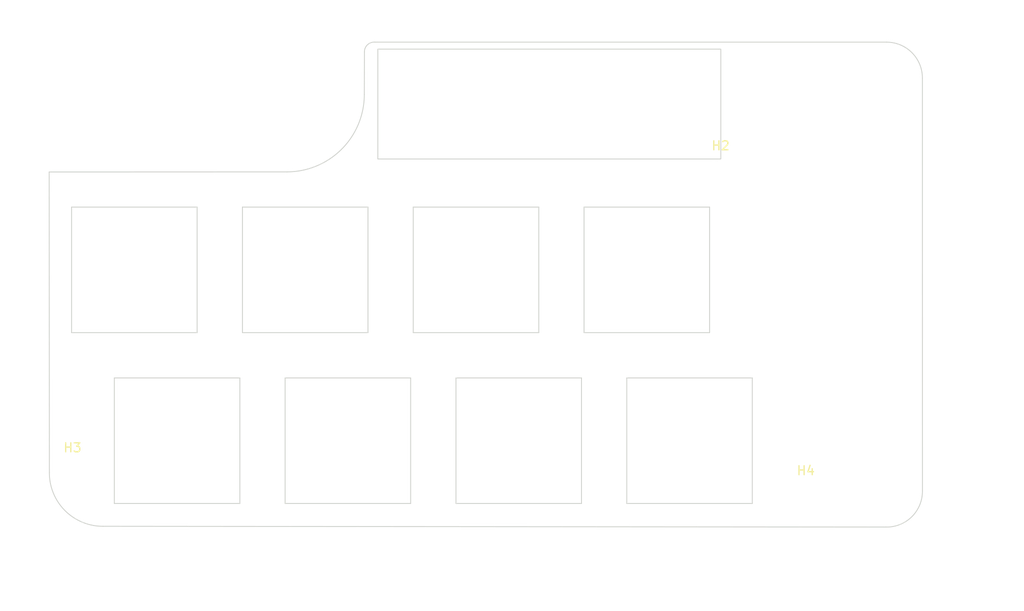
<source format=kicad_pcb>
(kicad_pcb (version 20211014) (generator pcbnew)
  (layers (0 "F.Cu" signal) (31 "B.Cu" signal) (34 "B.Paste" user) (35 "F.Paste" user) (36 "B.SilkS" user "B.Silkscreen") (37 "F.SilkS" user "F.Silkscreen") (38 "B.Mask" user) (39 "F.Mask" user) (44 "Edge.Cuts" user))
  (net 0 "")
  (net 1 "GND")
  (footprint "MountingHole:MountingHole_2.2mm_M2_ISO7380" (layer "F.Cu") (at 170.9 108.176)
    (fp_text reference "H3" (at 0 -2.75) (layer "F.SilkS"))
    (fp_text value "MountingHole")
    (pad "" np_thru_hole circle (at 0 0) (size 2.2 2.2) (drill 2.2) (layers *.Cu *.Mask))
  )
  (footprint "MountingHole:MountingHole_2.2mm_M2_ISO7380" (layer "F.Cu") (at 252.68 110.73)
    (fp_text reference "H4" (at 0 -2.75) (layer "F.SilkS"))
    (fp_text value "MountingHole")
    (pad "" np_thru_hole circle (at 0 0) (size 2.2 2.2) (drill 2.2) (layers *.Cu *.Mask))
  )
  (footprint "MountingHole:MountingHole_2.2mm_M2_ISO7380" (layer "F.Cu") (at 243.18 74.496)
    (fp_text reference "H2" (at 0 -2.75) (layer "F.SilkS"))
    (fp_text value "MountingHole")
    (pad "" np_thru_hole circle (at 0 0) (size 2.2 2.2) (drill 2.2) (layers *.Cu *.Mask))
  )
  (footprint "" (layer "F.Cu") (at 252.68 110.73)
    (fp_text reference "" (at 0 0) (layer "F.SilkS") (effects (font (size 1.27 1.27))))
    (fp_text value "" (at 0 0) (layer "F.SilkS") (effects (font (size 1.27 1.27))))
    (pad "" np_thru_hole circle (at 0 0) (size 2.2 2.2) (drill 2.2) (layers *.Cu *.Mask))
  )
  (gr_line (start 184.8 92.593997) (end 170.80045 92.593997) (layer "Edge.Cuts") (width 0.1))
  (gr_line (start 189.5625 111.643957) (end 175.56296 111.643957) (layer "Edge.Cuts") (width 0.1))
  (gr_arc (start 265.683999 110.236) (mid 264.507005 113.119491) (end 261.61516 114.275808) (layer "Edge.Cuts") (width 0.1))
  (gr_line (start 222.8998 78.594597) (end 222.8998 92.593997) (layer "Edge.Cuts") (width 0.1))
  (gr_line (start 241.9498 78.594597) (end 241.9498 92.593997) (layer "Edge.Cuts") (width 0.1))
  (gr_line (start 184.8 78.594597) (end 184.8 92.593997) (layer "Edge.Cuts") (width 0.1))
  (gr_line (start 227.9505 92.593997) (end 227.9505 78.594597) (layer "Edge.Cuts") (width 0.1))
  (gr_line (start 170.80045 78.594597) (end 184.8 78.594597) (layer "Edge.Cuts") (width 0.1))
  (gr_line (start 227.9505 78.594597) (end 241.9498 78.594597) (layer "Edge.Cuts") (width 0.1))
  (gr_line (start 208.9005 92.593997) (end 208.9005 78.594597) (layer "Edge.Cuts") (width 0.1))
  (gr_line (start 168.300929 74.676) (end 168.320004 108.20894) (layer "Edge.Cuts") (width 0.1))
  (gr_line (start 203.8498 78.594597) (end 203.8498 92.593997) (layer "Edge.Cuts") (width 0.1))
  (gr_arc (start 203.443426 66.029426) (mid 200.914 72.136) (end 194.807426 74.665426) (layer "Edge.Cuts") (width 0.1))
  (gr_line (start 189.8505 78.594597) (end 203.8498 78.594597) (layer "Edge.Cuts") (width 0.1))
  (gr_line (start 213.663 111.643957) (end 213.663 97.644497) (layer "Edge.Cuts") (width 0.1))
  (gr_line (start 170.80045 92.593997) (end 170.80045 78.594597) (layer "Edge.Cuts") (width 0.1))
  (gr_line (start 246.7123 97.644497) (end 246.7123 111.643957) (layer "Edge.Cuts") (width 0.1))
  (gr_line (start 175.56296 111.643957) (end 175.56296 97.644497) (layer "Edge.Cuts") (width 0.1))
  (gr_line (start 203.8498 92.593997) (end 189.8505 92.593997) (layer "Edge.Cuts") (width 0.1))
  (gr_line (start 232.713 97.644497) (end 246.7123 97.644497) (layer "Edge.Cuts") (width 0.1))
  (gr_line (start 194.613 97.644497) (end 208.6123 97.644497) (layer "Edge.Cuts") (width 0.1))
  (gr_line (start 265.679885 64.220303) (end 265.683999 110.236) (layer "Edge.Cuts") (width 0.1))
  (gr_line (start 204.626471 60.199117) (end 261.69 60.2) (layer "Edge.Cuts") (width 0.1))
  (gr_line (start 213.663 97.644497) (end 227.6623 97.644497) (layer "Edge.Cuts") (width 0.1))
  (gr_line (start 227.6623 111.643957) (end 213.663 111.643957) (layer "Edge.Cuts") (width 0.1))
  (gr_line (start 208.6123 111.643957) (end 194.613 111.643957) (layer "Edge.Cuts") (width 0.1))
  (gr_arc (start 203.45567 61.276398) (mid 203.80579 60.482052) (end 204.626471 60.199117) (layer "Edge.Cuts") (width 0.1))
  (gr_line (start 203.443426 66.029426) (end 203.45567 61.276398) (layer "Edge.Cuts") (width 0.1))
  (gr_line (start 227.6623 97.644497) (end 227.6623 111.643957) (layer "Edge.Cuts") (width 0.1))
  (gr_line (start 194.613 111.643957) (end 194.613 97.644497) (layer "Edge.Cuts") (width 0.1))
  (gr_line (start 232.713 111.643957) (end 232.713 97.644497) (layer "Edge.Cuts") (width 0.1))
  (gr_line (start 261.61516 114.275808) (end 174.3 114.189999) (layer "Edge.Cuts") (width 0.1))
  (gr_arc (start 174.3 114.189999) (mid 170.065245 112.444005) (end 168.320004 108.20894) (layer "Edge.Cuts") (width 0.1))
  (gr_line (start 189.5625 97.644497) (end 189.5625 111.643957) (layer "Edge.Cuts") (width 0.1))
  (gr_line (start 241.9498 92.593997) (end 227.9505 92.593997) (layer "Edge.Cuts") (width 0.1))
  (gr_line (start 189.8505 92.593997) (end 189.8505 78.594597) (layer "Edge.Cuts") (width 0.1))
  (gr_line (start 208.6123 97.644497) (end 208.6123 111.643957) (layer "Edge.Cuts") (width 0.1))
  (gr_line (start 194.807426 74.665426) (end 168.300929 74.676) (layer "Edge.Cuts") (width 0.1))
  (gr_rect (start 204.95 60.98) (end 243.2 73.23) (layer "Edge.Cuts") (width 0.1) (fill none))
  (gr_arc (start 261.69 60.2) (mid 264.52205 61.379378) (end 265.679885 64.220303) (layer "Edge.Cuts") (width 0.1))
  (gr_line (start 175.56296 97.644497) (end 189.5625 97.644497) (layer "Edge.Cuts") (width 0.1))
  (gr_line (start 208.9005 78.594597) (end 222.8998 78.594597) (layer "Edge.Cuts") (width 0.1))
  (gr_line (start 246.7123 111.643957) (end 232.713 111.643957) (layer "Edge.Cuts") (width 0.1))
  (gr_line (start 222.8998 92.593997) (end 208.9005 92.593997) (layer "Edge.Cuts") (width 0.1))
)
</source>
